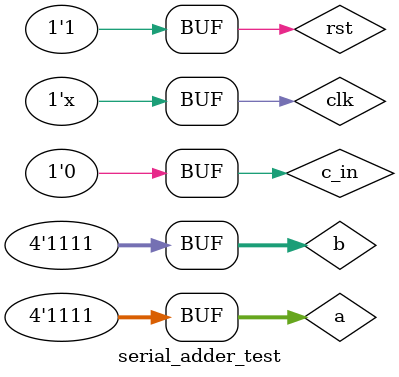
<source format=v>
`timescale 1ns / 1ps


module serial_adder_test;

	// Inputs
	reg clk;
	reg rst;
	reg [3:0] a;
	reg [3:0] b;
	reg c_in;

	// Outputs
	wire [3:0] S;
	wire c_out;

	// Instantiate the Unit Under Test (UUT)
	serial_adder uut (
		.clk(clk), 
		.rst(rst), 
		.a(a), 
		.b(b), 
		.c_in(c_in), 
		.S(S), 
		.c_out(c_out)
	);
always #5 clk = ~clk;
	initial begin
		// Initialize Inputs
		clk=0;
		c_in = 0;
		rst = 0;
		a =0;
		b= 0;
		#6;
		rst =1;
		#67;
		repeat(17) begin
		repeat(15) begin
		rst = 0;
		if(b==15)
		begin
		a = a+1;
		end
		b = b+4'b0001;
		#6;
		rst = 1;
		#64;
		end
		end
        
		// Add stimulus here

	end
	
      
endmodule


</source>
